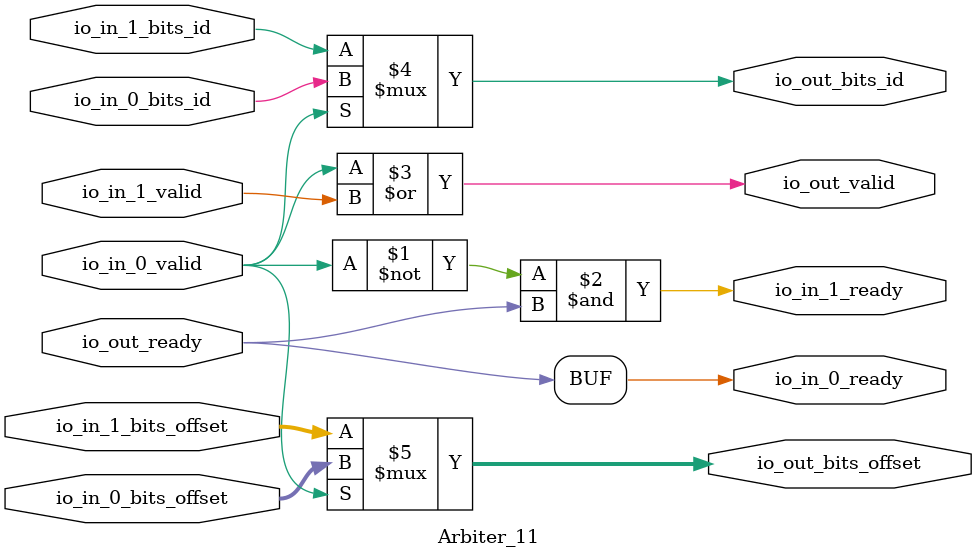
<source format=sv>
`ifndef RANDOMIZE
  `ifdef RANDOMIZE_REG_INIT
    `define RANDOMIZE
  `endif // RANDOMIZE_REG_INIT
`endif // not def RANDOMIZE
`ifndef RANDOMIZE
  `ifdef RANDOMIZE_MEM_INIT
    `define RANDOMIZE
  `endif // RANDOMIZE_MEM_INIT
`endif // not def RANDOMIZE

`ifndef RANDOM
  `define RANDOM $random
`endif // not def RANDOM

// Users can define 'PRINTF_COND' to add an extra gate to prints.
`ifndef PRINTF_COND_
  `ifdef PRINTF_COND
    `define PRINTF_COND_ (`PRINTF_COND)
  `else  // PRINTF_COND
    `define PRINTF_COND_ 1
  `endif // PRINTF_COND
`endif // not def PRINTF_COND_

// Users can define 'ASSERT_VERBOSE_COND' to add an extra gate to assert error printing.
`ifndef ASSERT_VERBOSE_COND_
  `ifdef ASSERT_VERBOSE_COND
    `define ASSERT_VERBOSE_COND_ (`ASSERT_VERBOSE_COND)
  `else  // ASSERT_VERBOSE_COND
    `define ASSERT_VERBOSE_COND_ 1
  `endif // ASSERT_VERBOSE_COND
`endif // not def ASSERT_VERBOSE_COND_

// Users can define 'STOP_COND' to add an extra gate to stop conditions.
`ifndef STOP_COND_
  `ifdef STOP_COND
    `define STOP_COND_ (`STOP_COND)
  `else  // STOP_COND
    `define STOP_COND_ 1
  `endif // STOP_COND
`endif // not def STOP_COND_

// Users can define INIT_RANDOM as general code that gets injected into the
// initializer block for modules with registers.
`ifndef INIT_RANDOM
  `define INIT_RANDOM
`endif // not def INIT_RANDOM

// If using random initialization, you can also define RANDOMIZE_DELAY to
// customize the delay used, otherwise 0.002 is used.
`ifndef RANDOMIZE_DELAY
  `define RANDOMIZE_DELAY 0.002
`endif // not def RANDOMIZE_DELAY

// Define INIT_RANDOM_PROLOG_ for use in our modules below.
`ifndef INIT_RANDOM_PROLOG_
  `ifdef RANDOMIZE
    `ifdef VERILATOR
      `define INIT_RANDOM_PROLOG_ `INIT_RANDOM
    `else  // VERILATOR
      `define INIT_RANDOM_PROLOG_ `INIT_RANDOM #`RANDOMIZE_DELAY begin end
    `endif // VERILATOR
  `else  // RANDOMIZE
    `define INIT_RANDOM_PROLOG_
  `endif // RANDOMIZE
`endif // not def INIT_RANDOM_PROLOG_

module Arbiter_11(
  input        io_in_0_valid,
               io_in_0_bits_id,
  input  [2:0] io_in_0_bits_offset,
  input        io_in_1_valid,
               io_in_1_bits_id,
  input  [2:0] io_in_1_bits_offset,
  input        io_out_ready,
  output       io_in_0_ready,
               io_in_1_ready,
               io_out_valid,
               io_out_bits_id,
  output [2:0] io_out_bits_offset
);

  assign io_in_0_ready = io_out_ready;
  assign io_in_1_ready = ~io_in_0_valid & io_out_ready;	// @[Arbiter.scala:45:78, :146:19]
  assign io_out_valid = io_in_0_valid | io_in_1_valid;	// @[Arbiter.scala:147:31]
  assign io_out_bits_id = io_in_0_valid ? io_in_0_bits_id : io_in_1_bits_id;	// @[Arbiter.scala:136:15, :138:26, :140:19]
  assign io_out_bits_offset = io_in_0_valid ? io_in_0_bits_offset : io_in_1_bits_offset;	// @[Arbiter.scala:136:15, :138:26, :140:19]
endmodule


</source>
